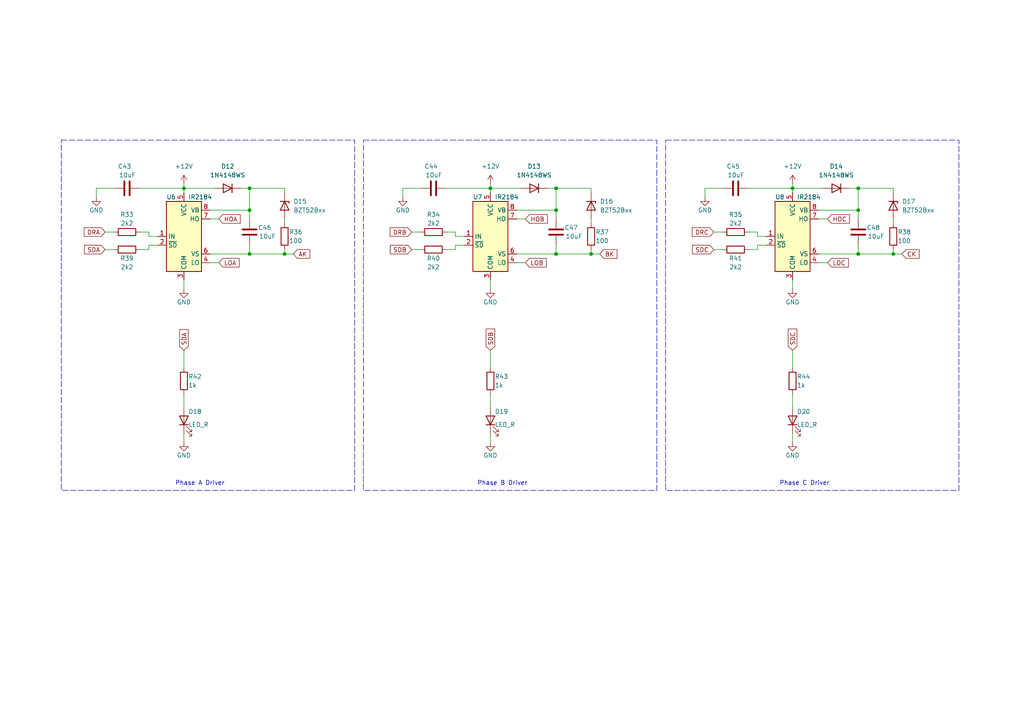
<source format=kicad_sch>
(kicad_sch (version 20231120) (generator "eeschema") (generator_version "8.0")
  (paper "A4")
  (lib_symbols
    (symbol "Device:C" (pin_numbers hide) (pin_names (offset 0.254))
      (property "Reference" "C" (at 0.635 2.54 0))
      (property "Value" "C" (at 0.635 -2.54 0))
      (symbol "C_0_1"
        (polyline (pts (xy -2.032 -0.762) (xy 2.032 -0.762)) (stroke (width 0.508)))
        (polyline (pts (xy -2.032 0.762) (xy 2.032 0.762)) (stroke (width 0.508)))
      )
      (symbol "C_1_1"
        (pin passive line (at 0 3.81 270) (length 2.794) (name "~") (number "1"))
        (pin passive line (at 0 -3.81 90) (length 2.794) (name "~") (number "2"))
      )
    )
    (symbol "Device:LED" (pin_numbers hide) (pin_names (offset 1.016) hide)
      (property "Reference" "D" (at 0 2.54 0))
      (property "Value" "LED" (at 0 -2.54 0))
      (symbol "LED_0_1"
        (polyline (pts (xy -1.27 -1.27) (xy -1.27 1.27)) (stroke (width 0.254)))
        (polyline (pts (xy -1.27 0) (xy 1.27 0)))
        (polyline (pts (xy 1.27 -1.27) (xy 1.27 1.27) (xy -1.27 0) (xy 1.27 -1.27)) (stroke (width 0.254)))
        (polyline (pts (xy -3.048 -0.762) (xy -4.572 -2.286) (xy -3.81 -2.286) (xy -4.572 -2.286) (xy -4.572 -1.524)))
        (polyline (pts (xy -1.778 -0.762) (xy -3.302 -2.286) (xy -2.54 -2.286) (xy -3.302 -2.286) (xy -3.302 -1.524)))
      )
      (symbol "LED_1_1"
        (pin passive line (at -3.81 0 0) (length 2.54) (name "K") (number "1"))
        (pin passive line (at 3.81 0 180) (length 2.54) (name "A") (number "2"))
      )
    )
    (symbol "Device:R" (pin_numbers hide) (pin_names (offset 0))
      (property "Reference" "R" (at 2.032 0 90))
      (property "Value" "R" (at 0 0 90))
      (symbol "R_0_1"
        (rectangle (start -1.016 -2.54) (end 1.016 2.54) (stroke (width 0.254)))
      )
      (symbol "R_1_1"
        (pin passive line (at 0 3.81 270) (length 1.27) (name "~") (number "1"))
        (pin passive line (at 0 -3.81 90) (length 1.27) (name "~") (number "2"))
      )
    )
    (symbol "Diode:1N4148WS" (pin_numbers hide) (pin_names hide)
      (property "Reference" "D" (at 0 2.54 0))
      (property "Value" "1N4148WS" (at 0 -2.54 0))
      (symbol "1N4148WS_0_1"
        (polyline (pts (xy -1.27 1.27) (xy -1.27 -1.27)) (stroke (width 0.254)))
        (polyline (pts (xy 1.27 0) (xy -1.27 0)))
        (polyline (pts (xy 1.27 1.27) (xy 1.27 -1.27) (xy -1.27 0) (xy 1.27 1.27)) (stroke (width 0.254)))
      )
      (symbol "1N4148WS_1_1"
        (pin passive line (at -3.81 0 0) (length 2.54) (name "K") (number "1"))
        (pin passive line (at 3.81 0 180) (length 2.54) (name "A") (number "2"))
      )
    )
    (symbol "Diode:BZT52Bxx" (pin_numbers hide) (pin_names hide)
      (property "Reference" "D" (at 0 2.54 0))
      (property "Value" "BZT52Bxx" (at 0 -2.54 0))
      (symbol "BZT52Bxx_0_1"
        (polyline (pts (xy 1.27 0) (xy -1.27 0)))
        (polyline (pts (xy -1.27 -1.27) (xy -1.27 1.27) (xy -0.762 1.27)) (stroke (width 0.254)))
        (polyline (pts (xy 1.27 -1.27) (xy 1.27 1.27) (xy -1.27 0) (xy 1.27 -1.27)) (stroke (width 0.254)))
      )
      (symbol "BZT52Bxx_1_1"
        (pin passive line (at -3.81 0 0) (length 2.54) (name "K") (number "1"))
        (pin passive line (at 3.81 0 180) (length 2.54) (name "A") (number "2"))
      )
    )
    (symbol "Driver_FET:IR2184"
      (property "Reference" "U" (at 1.27 13.335 0))
      (property "Value" "IR2184" (at 1.27 11.43 0))
      (symbol "IR2184_0_1"
        (rectangle (start -5.08 -10.16) (end 5.08 10.16) (stroke (width 0.254)) (fill (type background)))
      )
      (symbol "IR2184_1_1"
        (pin input line (at -7.62 0 0) (length 2.54) (name "IN") (number "1"))
        (pin input line (at -7.62 -2.54 0) (length 2.54) (name "~{SD}") (number "2"))
        (pin power_in line (at 0 -12.7 90) (length 2.54) (name "COM") (number "3"))
        (pin output line (at 7.62 -7.62 180) (length 2.54) (name "LO") (number "4"))
        (pin power_in line (at 0 12.7 270) (length 2.54) (name "VCC") (number "5"))
        (pin passive line (at 7.62 -5.08 180) (length 2.54) (name "VS") (number "6"))
        (pin output line (at 7.62 5.08 180) (length 2.54) (name "HO") (number "7"))
        (pin passive line (at 7.62 7.62 180) (length 2.54) (name "VB") (number "8"))
      )
    )
    (symbol "GND_2" (power) (pin_names (offset 0))
      (property "Value" "GND_2" (at 0 -3.81 0))
      (symbol "GND_2_0_1"
        (polyline (pts (xy 0 0) (xy 0 -1.27) (xy 1.27 -1.27) (xy 0 -2.54) (xy -1.27 -1.27) (xy 0 -1.27)))
      )
      (symbol "GND_2_1_1"
        (pin power_in line (at 0 0 270) (length 0) hide (name "GND") (number "1"))
      )
    )
    (symbol "power:+12V" (power) (pin_names (offset 0))
      (property "Value" "+12V" (at 0 3.556 0))
      (symbol "+12V_0_1"
        (polyline (pts (xy -0.762 1.27) (xy 0 2.54)))
        (polyline (pts (xy 0 0) (xy 0 2.54)))
        (polyline (pts (xy 0 2.54) (xy 0.762 1.27)))
      )
      (symbol "+12V_1_1"
        (pin power_in line (at 0 0 90) (length 0) hide (name "+12V") (number "1"))
      )
    )
  )
  (junction (at 229.87 54.61))
  (junction (at 53.34 54.61))
  (junction (at 72.39 60.96))
  (junction (at 171.45 73.66))
  (junction (at 248.92 60.96))
  (junction (at 259.08 73.66))
  (junction (at 72.39 73.66))
  (junction (at 72.39 54.61))
  (junction (at 248.92 73.66))
  (junction (at 82.55 73.66))
  (junction (at 142.24 54.61))
  (junction (at 248.92 54.61))
  (junction (at 161.29 54.61))
  (junction (at 161.29 73.66))
  (junction (at 161.29 60.96))
  (wire (pts (xy 259.08 54.61) (xy 259.08 55.88)))
  (wire (pts (xy 217.17 67.31) (xy 219.71 67.31)))
  (wire (pts (xy 248.92 73.66) (xy 248.92 71.12)))
  (wire (pts (xy 246.38 54.61) (xy 248.92 54.61)))
  (wire (pts (xy 82.55 72.39) (xy 82.55 73.66)))
  (wire (pts (xy 53.34 54.61) (xy 53.34 55.88)))
  (wire (pts (xy 142.24 114.3) (xy 142.24 118.11)))
  (wire (pts (xy 219.71 68.58) (xy 222.25 68.58)))
  (wire (pts (xy 207.01 72.39) (xy 209.55 72.39)))
  (wire (pts (xy 72.39 60.96) (xy 60.96 60.96)))
  (wire (pts (xy 161.29 73.66) (xy 161.29 71.12)))
  (wire (pts (xy 204.47 54.61) (xy 209.55 54.61)))
  (wire (pts (xy 248.92 54.61) (xy 259.08 54.61)))
  (wire (pts (xy 161.29 73.66) (xy 171.45 73.66)))
  (wire (pts (xy 229.87 101.6) (xy 229.87 106.68)))
  (wire (pts (xy 69.85 54.61) (xy 72.39 54.61)))
  (wire (pts (xy 207.01 67.31) (xy 209.55 67.31)))
  (wire (pts (xy 248.92 63.5) (xy 248.92 60.96)))
  (wire (pts (xy 229.87 81.28) (xy 229.87 83.82)))
  (wire (pts (xy 142.24 101.6) (xy 142.24 106.68)))
  (wire (pts (xy 116.84 57.15) (xy 116.84 54.61)))
  (wire (pts (xy 219.71 72.39) (xy 219.71 71.12)))
  (wire (pts (xy 161.29 54.61) (xy 171.45 54.61)))
  (wire (pts (xy 60.96 63.5) (xy 63.5 63.5)))
  (wire (pts (xy 259.08 72.39) (xy 259.08 73.66)))
  (wire (pts (xy 229.87 114.3) (xy 229.87 118.11)))
  (wire (pts (xy 219.71 67.31) (xy 219.71 68.58)))
  (wire (pts (xy 27.94 57.15) (xy 27.94 54.61)))
  (wire (pts (xy 72.39 54.61) (xy 72.39 60.96)))
  (wire (pts (xy 53.34 54.61) (xy 62.23 54.61)))
  (wire (pts (xy 132.08 72.39) (xy 132.08 71.12)))
  (wire (pts (xy 142.24 81.28) (xy 142.24 83.82)))
  (wire (pts (xy 171.45 54.61) (xy 171.45 55.88)))
  (wire (pts (xy 237.49 63.5) (xy 240.03 63.5)))
  (wire (pts (xy 72.39 63.5) (xy 72.39 60.96)))
  (wire (pts (xy 30.48 67.31) (xy 33.02 67.31)))
  (wire (pts (xy 248.92 54.61) (xy 248.92 60.96)))
  (wire (pts (xy 53.34 114.3) (xy 53.34 118.11)))
  (wire (pts (xy 43.18 68.58) (xy 45.72 68.58)))
  (wire (pts (xy 53.34 125.73) (xy 53.34 128.27)))
  (wire (pts (xy 132.08 71.12) (xy 134.62 71.12)))
  (wire (pts (xy 72.39 73.66) (xy 82.55 73.66)))
  (wire (pts (xy 161.29 60.96) (xy 149.86 60.96)))
  (wire (pts (xy 149.86 76.2) (xy 152.4 76.2)))
  (wire (pts (xy 129.54 72.39) (xy 132.08 72.39)))
  (wire (pts (xy 82.55 63.5) (xy 82.55 64.77)))
  (wire (pts (xy 259.08 73.66) (xy 261.62 73.66)))
  (wire (pts (xy 158.75 54.61) (xy 161.29 54.61)))
  (wire (pts (xy 171.45 63.5) (xy 171.45 64.77)))
  (wire (pts (xy 43.18 72.39) (xy 43.18 71.12)))
  (wire (pts (xy 248.92 60.96) (xy 237.49 60.96)))
  (wire (pts (xy 259.08 63.5) (xy 259.08 64.77)))
  (wire (pts (xy 27.94 54.61) (xy 33.02 54.61)))
  (wire (pts (xy 248.92 73.66) (xy 259.08 73.66)))
  (wire (pts (xy 53.34 81.28) (xy 53.34 83.82)))
  (wire (pts (xy 119.38 72.39) (xy 121.92 72.39)))
  (wire (pts (xy 60.96 73.66) (xy 72.39 73.66)))
  (wire (pts (xy 149.86 63.5) (xy 152.4 63.5)))
  (wire (pts (xy 217.17 72.39) (xy 219.71 72.39)))
  (wire (pts (xy 53.34 54.61) (xy 40.64 54.61)))
  (wire (pts (xy 30.48 72.39) (xy 33.02 72.39)))
  (wire (pts (xy 142.24 54.61) (xy 151.13 54.61)))
  (wire (pts (xy 132.08 67.31) (xy 132.08 68.58)))
  (wire (pts (xy 40.64 72.39) (xy 43.18 72.39)))
  (wire (pts (xy 72.39 73.66) (xy 72.39 71.12)))
  (wire (pts (xy 229.87 54.61) (xy 238.76 54.61)))
  (wire (pts (xy 116.84 54.61) (xy 121.92 54.61)))
  (wire (pts (xy 82.55 73.66) (xy 85.09 73.66)))
  (wire (pts (xy 53.34 53.34) (xy 53.34 54.61)))
  (wire (pts (xy 142.24 54.61) (xy 142.24 55.88)))
  (wire (pts (xy 142.24 53.34) (xy 142.24 54.61)))
  (wire (pts (xy 142.24 54.61) (xy 129.54 54.61)))
  (wire (pts (xy 161.29 54.61) (xy 161.29 60.96)))
  (wire (pts (xy 204.47 57.15) (xy 204.47 54.61)))
  (wire (pts (xy 149.86 73.66) (xy 161.29 73.66)))
  (wire (pts (xy 229.87 125.73) (xy 229.87 128.27)))
  (wire (pts (xy 171.45 72.39) (xy 171.45 73.66)))
  (wire (pts (xy 229.87 54.61) (xy 229.87 55.88)))
  (wire (pts (xy 119.38 67.31) (xy 121.92 67.31)))
  (wire (pts (xy 40.64 67.31) (xy 43.18 67.31)))
  (wire (pts (xy 60.96 76.2) (xy 63.5 76.2)))
  (wire (pts (xy 132.08 68.58) (xy 134.62 68.58)))
  (wire (pts (xy 237.49 76.2) (xy 240.03 76.2)))
  (wire (pts (xy 229.87 53.34) (xy 229.87 54.61)))
  (wire (pts (xy 171.45 73.66) (xy 173.99 73.66)))
  (wire (pts (xy 229.87 54.61) (xy 217.17 54.61)))
  (wire (pts (xy 237.49 73.66) (xy 248.92 73.66)))
  (wire (pts (xy 43.18 71.12) (xy 45.72 71.12)))
  (wire (pts (xy 43.18 67.31) (xy 43.18 68.58)))
  (wire (pts (xy 219.71 71.12) (xy 222.25 71.12)))
  (wire (pts (xy 82.55 54.61) (xy 82.55 55.88)))
  (wire (pts (xy 161.29 63.5) (xy 161.29 60.96)))
  (wire (pts (xy 53.34 101.6) (xy 53.34 106.68)))
  (wire (pts (xy 72.39 54.61) (xy 82.55 54.61)))
  (wire (pts (xy 129.54 67.31) (xy 132.08 67.31)))
  (wire (pts (xy 142.24 125.73) (xy 142.24 128.27)))
  (rectangle (start 17.78 40.64) (end 102.87 142.24) (stroke (width 0) (type dash)))
  (rectangle (start 193.04 40.64) (end 278.13 142.24) (stroke (width 0) (type dash)))
  (rectangle (start 105.41 40.64) (end 190.5 142.24) (stroke (width 0) (type dash)))
  (text "Phase A Driver" (at 50.8 140.97 0) (effects (font (size 1.27 1.27)) (justify left bottom)))
  (text "Phase B Driver" (at 138.43 140.97 0) (effects (font (size 1.27 1.27)) (justify left bottom)))
  (text "Phase C Driver" (at 226.06 140.97 0) (effects (font (size 1.27 1.27)) (justify left bottom)))
  (global_label "LOC" (shape input) (at 240.03 76.2 0) (property "Intersheetrefs" "${INTERSHEET_REFS}" (effects (hide yes))))
  (global_label "SDB" (shape input) (at 119.38 72.39 180) (property "Intersheetrefs" "${INTERSHEET_REFS}" (effects (hide yes))))
  (global_label "AK" (shape input) (at 85.09 73.66 0) (property "Intersheetrefs" "${INTERSHEET_REFS}" (effects (hide yes))))
  (global_label "CK" (shape input) (at 261.62 73.66 0) (property "Intersheetrefs" "${INTERSHEET_REFS}" (effects (hide yes))))
  (global_label "DRB" (shape input) (at 119.38 67.31 180) (property "Intersheetrefs" "${INTERSHEET_REFS}" (effects (hide yes))))
  (global_label "BK" (shape input) (at 173.99 73.66 0) (property "Intersheetrefs" "${INTERSHEET_REFS}" (effects (hide yes))))
  (global_label "SDC" (shape input) (at 207.01 72.39 180) (property "Intersheetrefs" "${INTERSHEET_REFS}" (effects (hide yes))))
  (global_label "SDA" (shape input) (at 53.34 101.6 90) (property "Intersheetrefs" "${INTERSHEET_REFS}" (effects (hide yes))))
  (global_label "DRC" (shape input) (at 207.01 67.31 180) (property "Intersheetrefs" "${INTERSHEET_REFS}" (effects (hide yes))))
  (global_label "DRA" (shape input) (at 30.48 67.31 180) (property "Intersheetrefs" "${INTERSHEET_REFS}" (effects (hide yes))))
  (global_label "SDC" (shape input) (at 229.87 101.6 90) (property "Intersheetrefs" "${INTERSHEET_REFS}" (effects (hide yes))))
  (global_label "SDA" (shape input) (at 30.48 72.39 180) (property "Intersheetrefs" "${INTERSHEET_REFS}" (effects (hide yes))))
  (global_label "LOB" (shape input) (at 152.4 76.2 0) (property "Intersheetrefs" "${INTERSHEET_REFS}" (effects (hide yes))))
  (global_label "LOA" (shape input) (at 63.5 76.2 0) (property "Intersheetrefs" "${INTERSHEET_REFS}" (effects (hide yes))))
  (global_label "HOA" (shape input) (at 63.5 63.5 0) (property "Intersheetrefs" "${INTERSHEET_REFS}" (effects (hide yes))))
  (global_label "HOB" (shape input) (at 152.4 63.5 0) (property "Intersheetrefs" "${INTERSHEET_REFS}" (effects (hide yes))))
  (global_label "HOC" (shape input) (at 240.03 63.5 0) (property "Intersheetrefs" "${INTERSHEET_REFS}" (effects (hide yes))))
  (global_label "SDB" (shape input) (at 142.24 101.6 90) (property "Intersheetrefs" "${INTERSHEET_REFS}" (effects (hide yes))))
  (symbol (lib_id "Device:R") (at 259.08 68.58 0) (unit 1)
    (property "Reference" "R38" (at 260.35 67.31 0) (effects (justify left)))
    (property "Value" "100" (at 260.35 69.85 0) (effects (justify left)))
    (property "Footprint" "Resistor_SMD:R_0603_1608Metric_Pad0.98x0.95mm_HandSolder" (effects (hide yes)))
  )
  (symbol (lib_id "Device:R") (at 142.24 110.49 0) (unit 1)
    (property "Reference" "R43" (at 143.51 109.22 0) (effects (justify left)))
    (property "Value" "1k" (at 143.51 111.76 0) (effects (justify left)))
    (property "Footprint" "Resistor_SMD:R_0603_1608Metric_Pad0.98x0.95mm_HandSolder" (effects (hide yes)))
  )
  (symbol (lib_id "Device:C") (at 125.73 54.61 90) (mirror x) (unit 1)
    (property "Reference" "C44" (at 127 48.26 90) (effects (justify left)))
    (property "Value" "10uF" (at 128.27 50.8 90) (effects (justify left)))
    (property "Footprint" "Capacitor_SMD:C_0603_1608Metric_Pad1.08x0.95mm_HandSolder" (effects (hide yes)))
  )
  (symbol (lib_id "Device:R") (at 36.83 72.39 270) (unit 1)
    (property "Reference" "R39" (at 36.83 74.93 90))
    (property "Value" "2k2" (at 36.83 77.47 90))
    (property "Footprint" "Resistor_SMD:R_0603_1608Metric_Pad0.98x0.95mm_HandSolder" (effects (hide yes)))
  )
  (symbol (lib_name "GND_2") (lib_id "power:GND") (at 204.47 57.15 0) (unit 1)
    (property "Reference" "#PWR081" (effects (hide yes)))
    (property "Value" "GND" (at 204.47 60.96 0))
  )
  (symbol (lib_id "Diode:BZT52Bxx") (at 82.55 59.69 270) (unit 1)
    (property "Reference" "D15" (at 85.09 58.42 90) (effects (justify left)))
    (property "Value" "BZT52Bxx" (at 85.09 60.96 90) (effects (justify left)))
    (property "Footprint" "Diode_SMD:D_SOD-123F" (effects (hide yes)))
    (property "Datasheet" "https://diotec.com/tl_files/diotec/files/pdf/datasheets/bzt52b2v4.pdf" (effects (hide yes)))
  )
  (symbol (lib_id "Device:R") (at 82.55 68.58 0) (unit 1)
    (property "Reference" "R36" (at 83.82 67.31 0) (effects (justify left)))
    (property "Value" "100" (at 83.82 69.85 0) (effects (justify left)))
    (property "Footprint" "Resistor_SMD:R_0603_1608Metric_Pad0.98x0.95mm_HandSolder" (effects (hide yes)))
  )
  (symbol (lib_name "GND_2") (lib_id "power:GND") (at 229.87 128.27 0) (unit 1)
    (property "Reference" "#PWR087" (effects (hide yes)))
    (property "Value" "GND" (at 229.87 132.08 0))
  )
  (symbol (lib_id "Driver_FET:IR2184") (at 229.87 68.58 0) (unit 1)
    (property "Reference" "U8" (at 224.79 57.15 0) (effects (justify left)))
    (property "Value" "IR2184" (at 231.14 57.15 0) (effects (justify left)))
    (property "Footprint" "Package_SO:SOIC-8-1EP_3.9x4.9mm_P1.27mm_EP2.514x3.2mm_ThermalVias" (effects (hide yes)))
    (property "Datasheet" "https://www.infineon.com/dgdl/ir2184.pdf?fileId=5546d462533600a4015355c955e616d4" (effects (hide yes)))
  )
  (symbol (lib_id "Diode:BZT52Bxx") (at 259.08 59.69 270) (unit 1)
    (property "Reference" "D17" (at 261.62 58.42 90) (effects (justify left)))
    (property "Value" "BZT52Bxx" (at 261.62 60.96 90) (effects (justify left)))
    (property "Footprint" "Diode_SMD:D_SOD-123F" (effects (hide yes)))
    (property "Datasheet" "https://diotec.com/tl_files/diotec/files/pdf/datasheets/bzt52b2v4.pdf" (effects (hide yes)))
  )
  (symbol (lib_id "Device:LED") (at 229.87 121.92 90) (unit 1)
    (property "Reference" "D20" (at 231.14 119.38 90) (effects (justify right)))
    (property "Value" "LED_R" (at 231.14 123.19 90) (effects (justify right)))
    (property "Footprint" "LED_SMD:LED_0603_1608Metric" (effects (hide yes)))
  )
  (symbol (lib_id "Device:C") (at 36.83 54.61 90) (mirror x) (unit 1)
    (property "Reference" "C43" (at 38.1 48.26 90) (effects (justify left)))
    (property "Value" "10uF" (at 39.37 50.8 90) (effects (justify left)))
    (property "Footprint" "Capacitor_SMD:C_0603_1608Metric_Pad1.08x0.95mm_HandSolder" (effects (hide yes)))
  )
  (symbol (lib_id "Device:C") (at 213.36 54.61 90) (mirror x) (unit 1)
    (property "Reference" "C45" (at 214.63 48.26 90) (effects (justify left)))
    (property "Value" "10uF" (at 215.9 50.8 90) (effects (justify left)))
    (property "Footprint" "Capacitor_SMD:C_0603_1608Metric_Pad1.08x0.95mm_HandSolder" (effects (hide yes)))
  )
  (symbol (lib_id "Device:R") (at 125.73 72.39 270) (unit 1)
    (property "Reference" "R40" (at 125.73 74.93 90))
    (property "Value" "2k2" (at 125.73 77.47 90))
    (property "Footprint" "Resistor_SMD:R_0603_1608Metric_Pad0.98x0.95mm_HandSolder" (effects (hide yes)))
  )
  (symbol (lib_name "GND_2") (lib_id "power:GND") (at 27.94 57.15 0) (unit 1)
    (property "Reference" "#PWR079" (effects (hide yes)))
    (property "Value" "GND" (at 27.94 60.96 0))
  )
  (symbol (lib_id "Diode:BZT52Bxx") (at 171.45 59.69 270) (unit 1)
    (property "Reference" "D16" (at 173.99 58.42 90) (effects (justify left)))
    (property "Value" "BZT52Bxx" (at 173.99 60.96 90) (effects (justify left)))
    (property "Footprint" "Diode_SMD:D_SOD-123F" (effects (hide yes)))
    (property "Datasheet" "https://diotec.com/tl_files/diotec/files/pdf/datasheets/bzt52b2v4.pdf" (effects (hide yes)))
  )
  (symbol (lib_id "Diode:1N4148WS") (at 66.04 54.61 0) (mirror y) (unit 1)
    (property "Reference" "D12" (at 66.04 48.26 0))
    (property "Value" "1N4148WS" (at 66.04 50.8 0))
    (property "Footprint" "Diode_SMD:D_SOD-323" (effects (hide yes)))
    (property "Datasheet" "https://www.vishay.com/docs/85751/1n4148ws.pdf" (effects (hide yes)))
  )
  (symbol (lib_id "Device:R") (at 36.83 67.31 90) (unit 1)
    (property "Reference" "R33" (at 36.83 62.23 90))
    (property "Value" "2k2" (at 36.83 64.77 90))
    (property "Footprint" "Resistor_SMD:R_0603_1608Metric_Pad0.98x0.95mm_HandSolder" (effects (hide yes)))
  )
  (symbol (lib_id "power:+12V") (at 229.87 53.34 0) (unit 1)
    (property "Reference" "#PWR078" (effects (hide yes)))
    (property "Value" "+12V" (at 229.87 48.26 0))
  )
  (symbol (lib_name "GND_2") (lib_id "power:GND") (at 142.24 128.27 0) (unit 1)
    (property "Reference" "#PWR086" (effects (hide yes)))
    (property "Value" "GND" (at 142.24 132.08 0))
  )
  (symbol (lib_name "GND_2") (lib_id "power:GND") (at 229.87 83.82 0) (unit 1)
    (property "Reference" "#PWR084" (effects (hide yes)))
    (property "Value" "GND" (at 229.87 87.63 0))
  )
  (symbol (lib_id "power:+12V") (at 142.24 53.34 0) (unit 1)
    (property "Reference" "#PWR077" (effects (hide yes)))
    (property "Value" "+12V" (at 142.24 48.26 0))
  )
  (symbol (lib_id "Device:C") (at 248.92 67.31 0) (mirror y) (unit 1)
    (property "Reference" "C48" (at 255.27 66.04 0) (effects (justify left)))
    (property "Value" "10uF" (at 256.54 68.58 0) (effects (justify left)))
    (property "Footprint" "Capacitor_SMD:C_0603_1608Metric_Pad1.08x0.95mm_HandSolder" (effects (hide yes)))
  )
  (symbol (lib_name "GND_2") (lib_id "power:GND") (at 116.84 57.15 0) (unit 1)
    (property "Reference" "#PWR080" (effects (hide yes)))
    (property "Value" "GND" (at 116.84 60.96 0))
  )
  (symbol (lib_id "Device:R") (at 53.34 110.49 0) (unit 1)
    (property "Reference" "R42" (at 54.61 109.22 0) (effects (justify left)))
    (property "Value" "1k" (at 54.61 111.76 0) (effects (justify left)))
    (property "Footprint" "Resistor_SMD:R_0603_1608Metric_Pad0.98x0.95mm_HandSolder" (effects (hide yes)))
  )
  (symbol (lib_id "power:+12V") (at 53.34 53.34 0) (unit 1)
    (property "Reference" "#PWR076" (effects (hide yes)))
    (property "Value" "+12V" (at 53.34 48.26 0))
  )
  (symbol (lib_id "Device:LED") (at 53.34 121.92 90) (unit 1)
    (property "Reference" "D18" (at 54.61 119.38 90) (effects (justify right)))
    (property "Value" "LED_R" (at 54.61 123.19 90) (effects (justify right)))
    (property "Footprint" "LED_SMD:LED_0603_1608Metric" (effects (hide yes)))
  )
  (symbol (lib_name "GND_2") (lib_id "power:GND") (at 142.24 83.82 0) (unit 1)
    (property "Reference" "#PWR083" (effects (hide yes)))
    (property "Value" "GND" (at 142.24 87.63 0))
  )
  (symbol (lib_id "Diode:1N4148WS") (at 242.57 54.61 0) (mirror y) (unit 1)
    (property "Reference" "D14" (at 242.57 48.26 0))
    (property "Value" "1N4148WS" (at 242.57 50.8 0))
    (property "Footprint" "Diode_SMD:D_SOD-323" (effects (hide yes)))
    (property "Datasheet" "https://www.vishay.com/docs/85751/1n4148ws.pdf" (effects (hide yes)))
  )
  (symbol (lib_id "Device:C") (at 72.39 67.31 0) (mirror y) (unit 1)
    (property "Reference" "C46" (at 78.74 66.04 0) (effects (justify left)))
    (property "Value" "10uF" (at 80.01 68.58 0) (effects (justify left)))
    (property "Footprint" "Capacitor_SMD:C_0603_1608Metric_Pad1.08x0.95mm_HandSolder" (effects (hide yes)))
  )
  (symbol (lib_id "Device:LED") (at 142.24 121.92 90) (unit 1)
    (property "Reference" "D19" (at 143.51 119.38 90) (effects (justify right)))
    (property "Value" "LED_R" (at 143.51 123.19 90) (effects (justify right)))
    (property "Footprint" "LED_SMD:LED_0603_1608Metric" (effects (hide yes)))
  )
  (symbol (lib_id "Driver_FET:IR2184") (at 53.34 68.58 0) (unit 1)
    (property "Reference" "U6" (at 48.26 57.15 0) (effects (justify left)))
    (property "Value" "IR2184" (at 54.61 57.15 0) (effects (justify left)))
    (property "Footprint" "Package_SO:SOIC-8-1EP_3.9x4.9mm_P1.27mm_EP2.514x3.2mm_ThermalVias" (effects (hide yes)))
    (property "Datasheet" "https://www.infineon.com/dgdl/ir2184.pdf?fileId=5546d462533600a4015355c955e616d4" (effects (hide yes)))
  )
  (symbol (lib_id "Device:R") (at 213.36 67.31 90) (unit 1)
    (property "Reference" "R35" (at 213.36 62.23 90))
    (property "Value" "2k2" (at 213.36 64.77 90))
    (property "Footprint" "Resistor_SMD:R_0603_1608Metric_Pad0.98x0.95mm_HandSolder" (effects (hide yes)))
  )
  (symbol (lib_id "Driver_FET:IR2184") (at 142.24 68.58 0) (unit 1)
    (property "Reference" "U7" (at 137.16 57.15 0) (effects (justify left)))
    (property "Value" "IR2184" (at 143.51 57.15 0) (effects (justify left)))
    (property "Footprint" "Package_SO:SOIC-8-1EP_3.9x4.9mm_P1.27mm_EP2.514x3.2mm_ThermalVias" (effects (hide yes)))
    (property "Datasheet" "https://www.infineon.com/dgdl/ir2184.pdf?fileId=5546d462533600a4015355c955e616d4" (effects (hide yes)))
  )
  (symbol (lib_name "GND_2") (lib_id "power:GND") (at 53.34 128.27 0) (unit 1)
    (property "Reference" "#PWR085" (effects (hide yes)))
    (property "Value" "GND" (at 53.34 132.08 0))
  )
  (symbol (lib_name "GND_2") (lib_id "power:GND") (at 53.34 83.82 0) (unit 1)
    (property "Reference" "#PWR082" (effects (hide yes)))
    (property "Value" "GND" (at 53.34 87.63 0))
  )
  (symbol (lib_id "Diode:1N4148WS") (at 154.94 54.61 0) (mirror y) (unit 1)
    (property "Reference" "D13" (at 154.94 48.26 0))
    (property "Value" "1N4148WS" (at 154.94 50.8 0))
    (property "Footprint" "Diode_SMD:D_SOD-323" (effects (hide yes)))
    (property "Datasheet" "https://www.vishay.com/docs/85751/1n4148ws.pdf" (effects (hide yes)))
  )
  (symbol (lib_id "Device:C") (at 161.29 67.31 0) (mirror y) (unit 1)
    (property "Reference" "C47" (at 167.64 66.04 0) (effects (justify left)))
    (property "Value" "10uF" (at 168.91 68.58 0) (effects (justify left)))
    (property "Footprint" "Capacitor_SMD:C_0603_1608Metric_Pad1.08x0.95mm_HandSolder" (effects (hide yes)))
  )
  (symbol (lib_id "Device:R") (at 229.87 110.49 0) (unit 1)
    (property "Reference" "R44" (at 231.14 109.22 0) (effects (justify left)))
    (property "Value" "1k" (at 231.14 111.76 0) (effects (justify left)))
    (property "Footprint" "Resistor_SMD:R_0603_1608Metric_Pad0.98x0.95mm_HandSolder" (effects (hide yes)))
  )
  (symbol (lib_id "Device:R") (at 171.45 68.58 0) (unit 1)
    (property "Reference" "R37" (at 172.72 67.31 0) (effects (justify left)))
    (property "Value" "100" (at 172.72 69.85 0) (effects (justify left)))
    (property "Footprint" "Resistor_SMD:R_0603_1608Metric_Pad0.98x0.95mm_HandSolder" (effects (hide yes)))
  )
  (symbol (lib_id "Device:R") (at 125.73 67.31 90) (unit 1)
    (property "Reference" "R34" (at 125.73 62.23 90))
    (property "Value" "2k2" (at 125.73 64.77 90))
    (property "Footprint" "Resistor_SMD:R_0603_1608Metric_Pad0.98x0.95mm_HandSolder" (effects (hide yes)))
  )
  (symbol (lib_id "Device:R") (at 213.36 72.39 270) (unit 1)
    (property "Reference" "R41" (at 213.36 74.93 90))
    (property "Value" "2k2" (at 213.36 77.47 90))
    (property "Footprint" "Resistor_SMD:R_0603_1608Metric_Pad0.98x0.95mm_HandSolder" (effects (hide yes)))
  )
)
</source>
